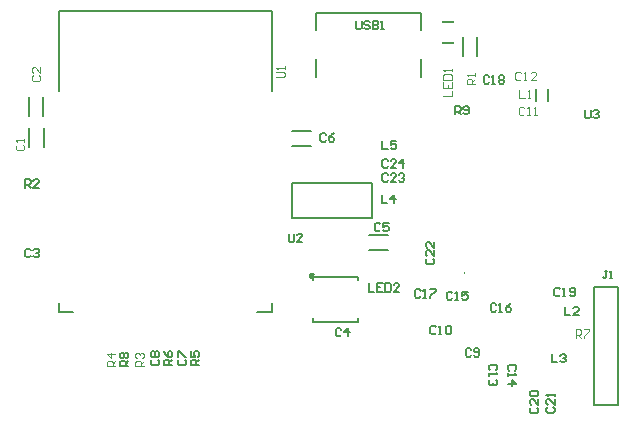
<source format=gto>
G04*
G04 #@! TF.GenerationSoftware,Altium Limited,Altium Designer,24.1.2 (44)*
G04*
G04 Layer_Color=65535*
%FSLAX43Y43*%
%MOMM*%
G71*
G04*
G04 #@! TF.SameCoordinates,A9818493-9DB4-4393-B726-FC6D1410B1DB*
G04*
G04*
G04 #@! TF.FilePolarity,Positive*
G04*
G01*
G75*
%ADD10C,0.100*%
%ADD11C,0.200*%
%ADD12C,0.127*%
%ADD13C,0.254*%
%ADD14C,0.120*%
%ADD15C,0.150*%
%ADD16R,1.016X0.200*%
D10*
X2875Y36950D02*
G03*
X2875Y36850I0J-50D01*
G01*
D02*
G03*
X2875Y36950I0J50D01*
G01*
X38225Y22150D02*
G03*
X38225Y22250I0J50D01*
G01*
D02*
G03*
X38225Y22150I0J-50D01*
G01*
X3875Y44400D02*
X21875D01*
D11*
X3875Y37650D02*
Y44400D01*
X21875D01*
Y37650D02*
Y44400D01*
Y18900D02*
Y19650D01*
X20675Y18900D02*
X21875D01*
X3875D02*
X5075D01*
X3875D02*
Y19650D01*
X23650Y26845D02*
Y29845D01*
X30350Y26845D02*
Y29845D01*
X23650Y26845D02*
X30350D01*
X23650Y29845D02*
X30350D01*
X49175Y21025D02*
X51175D01*
Y11025D02*
Y21025D01*
X49175Y11025D02*
Y21025D01*
X51175Y11025D02*
X51175Y11025D01*
X49175Y11025D02*
X51175D01*
D12*
X30100Y25410D02*
X31700D01*
X30100Y24190D02*
X31700D01*
X29200Y18100D02*
Y18400D01*
X25400Y18100D02*
X29200D01*
X25400D02*
Y18400D01*
X29200Y21600D02*
Y21900D01*
X25400D02*
X29200D01*
X25400Y21600D02*
Y21900D01*
X23600Y32990D02*
X25200D01*
X23600Y34210D02*
X25200D01*
X44300Y36800D02*
Y37800D01*
X45300Y36800D02*
Y37800D01*
X25630Y44200D02*
X34570D01*
Y42820D02*
Y44200D01*
Y38790D02*
Y40380D01*
X25630Y42820D02*
Y44200D01*
Y38790D02*
Y40380D01*
X39310Y40600D02*
Y42200D01*
X38090Y40600D02*
Y42200D01*
X2562Y35543D02*
Y37143D01*
X1343Y35543D02*
Y37143D01*
X1365Y32900D02*
Y34500D01*
X2585Y32900D02*
Y34500D01*
D13*
X25141Y21905D02*
Y22159D01*
X25395D01*
X25141Y21905D02*
X25395Y22159D01*
D14*
X22275Y38797D02*
X22858D01*
X22975Y38914D01*
Y39147D01*
X22858Y39264D01*
X22275D01*
X22975Y39497D02*
Y39730D01*
Y39614D01*
X22275D01*
X22392Y39497D01*
X43283Y36183D02*
X43167Y36300D01*
X42934D01*
X42817Y36183D01*
Y35717D01*
X42934Y35600D01*
X43167D01*
X43283Y35717D01*
X43517Y35600D02*
X43750D01*
X43633D01*
Y36300D01*
X43517Y36183D01*
X44100Y35600D02*
X44333D01*
X44216D01*
Y36300D01*
X44100Y36183D01*
X42992Y39133D02*
X42875Y39250D01*
X42642D01*
X42525Y39133D01*
Y38667D01*
X42642Y38550D01*
X42875D01*
X42992Y38667D01*
X43225Y38550D02*
X43458D01*
X43342D01*
Y39250D01*
X43225Y39133D01*
X44275Y38550D02*
X43808D01*
X44275Y39017D01*
Y39133D01*
X44158Y39250D01*
X43925D01*
X43808Y39133D01*
X42858Y37750D02*
Y37050D01*
X43325D01*
X43558D02*
X43792D01*
X43675D01*
Y37750D01*
X43558Y37633D01*
X47617Y16750D02*
Y17450D01*
X47967D01*
X48083Y17333D01*
Y17100D01*
X47967Y16983D01*
X47617D01*
X47850D02*
X48083Y16750D01*
X48317Y17450D02*
X48783D01*
Y17333D01*
X48317Y16867D01*
Y16750D01*
X8650Y14317D02*
X7950D01*
Y14667D01*
X8067Y14783D01*
X8300D01*
X8417Y14667D01*
Y14317D01*
Y14550D02*
X8650Y14783D01*
Y15367D02*
X7950D01*
X8300Y15017D01*
Y15483D01*
X11050Y14317D02*
X10350D01*
Y14667D01*
X10467Y14783D01*
X10700D01*
X10817Y14667D01*
Y14317D01*
Y14550D02*
X11050Y14783D01*
X10467Y15017D02*
X10350Y15133D01*
Y15367D01*
X10467Y15483D01*
X10583D01*
X10700Y15367D01*
Y15250D01*
Y15367D01*
X10817Y15483D01*
X10933D01*
X11050Y15367D01*
Y15133D01*
X10933Y15017D01*
X1719Y38951D02*
X1603Y38835D01*
Y38601D01*
X1719Y38485D01*
X2186D01*
X2302Y38601D01*
Y38835D01*
X2186Y38951D01*
X2302Y39651D02*
Y39185D01*
X1836Y39651D01*
X1719D01*
X1603Y39534D01*
Y39301D01*
X1719Y39185D01*
X342Y33100D02*
X225Y32983D01*
Y32750D01*
X342Y32633D01*
X808D01*
X925Y32750D01*
Y32983D01*
X808Y33100D01*
X925Y33333D02*
Y33567D01*
Y33450D01*
X225D01*
X342Y33333D01*
X39100Y38200D02*
X38400D01*
Y38550D01*
X38517Y38667D01*
X38750D01*
X38867Y38550D01*
Y38200D01*
Y38433D02*
X39100Y38667D01*
Y38900D02*
Y39133D01*
Y39016D01*
X38400D01*
X38517Y38900D01*
X36425Y37200D02*
X37125D01*
Y37667D01*
X36425Y38366D02*
Y37900D01*
X37125D01*
Y38366D01*
X36775Y37900D02*
Y38133D01*
X36425Y38600D02*
X37125D01*
Y38949D01*
X37008Y39066D01*
X36542D01*
X36425Y38949D01*
Y38600D01*
X37125Y39299D02*
Y39533D01*
Y39416D01*
X36425D01*
X36542Y39299D01*
D15*
X11767Y14883D02*
X11650Y14767D01*
Y14533D01*
X11767Y14417D01*
X12233D01*
X12350Y14533D01*
Y14767D01*
X12233Y14883D01*
X11767Y15117D02*
X11650Y15233D01*
Y15467D01*
X11767Y15583D01*
X11883D01*
X12000Y15467D01*
X12117Y15583D01*
X12233D01*
X12350Y15467D01*
Y15233D01*
X12233Y15117D01*
X12117D01*
X12000Y15233D01*
X11883Y15117D01*
X11767D01*
X12000Y15233D02*
Y15467D01*
X14067Y14883D02*
X13950Y14767D01*
Y14533D01*
X14067Y14417D01*
X14533D01*
X14650Y14533D01*
Y14767D01*
X14533Y14883D01*
X13950Y15117D02*
Y15583D01*
X14067D01*
X14533Y15117D01*
X14650D01*
X13450Y14417D02*
X12750D01*
Y14767D01*
X12867Y14883D01*
X13100D01*
X13217Y14767D01*
Y14417D01*
Y14650D02*
X13450Y14883D01*
X12750Y15583D02*
X12867Y15350D01*
X13100Y15117D01*
X13333D01*
X13450Y15233D01*
Y15467D01*
X13333Y15583D01*
X13217D01*
X13100Y15467D01*
Y15117D01*
X30117Y21350D02*
Y20650D01*
X30584D01*
X31283Y21350D02*
X30817D01*
Y20650D01*
X31283D01*
X30817Y21000D02*
X31050D01*
X31517Y21350D02*
Y20650D01*
X31867D01*
X31983Y20767D01*
Y21233D01*
X31867Y21350D01*
X31517D01*
X32683Y20650D02*
X32216D01*
X32683Y21117D01*
Y21233D01*
X32566Y21350D01*
X32333D01*
X32216Y21233D01*
X27783Y17433D02*
X27667Y17550D01*
X27433D01*
X27317Y17433D01*
Y16967D01*
X27433Y16850D01*
X27667D01*
X27783Y16967D01*
X28367Y16850D02*
Y17550D01*
X28017Y17200D01*
X28483D01*
X23317Y25550D02*
Y24967D01*
X23433Y24850D01*
X23667D01*
X23783Y24967D01*
Y25550D01*
X24483Y24850D02*
X24017D01*
X24483Y25317D01*
Y25433D01*
X24367Y25550D01*
X24133D01*
X24017Y25433D01*
X26483Y33933D02*
X26367Y34050D01*
X26133D01*
X26017Y33933D01*
Y33467D01*
X26133Y33350D01*
X26367D01*
X26483Y33467D01*
X27183Y34050D02*
X26950Y33933D01*
X26717Y33700D01*
Y33467D01*
X26833Y33350D01*
X27067D01*
X27183Y33467D01*
Y33583D01*
X27067Y33700D01*
X26717D01*
X31083Y26333D02*
X30967Y26450D01*
X30733D01*
X30617Y26333D01*
Y25867D01*
X30733Y25750D01*
X30967D01*
X31083Y25867D01*
X31783Y26450D02*
X31317D01*
Y26100D01*
X31550Y26217D01*
X31667D01*
X31783Y26100D01*
Y25867D01*
X31667Y25750D01*
X31433D01*
X31317Y25867D01*
X29034Y43550D02*
Y42967D01*
X29150Y42850D01*
X29384D01*
X29500Y42967D01*
Y43550D01*
X30200Y43433D02*
X30083Y43550D01*
X29850D01*
X29733Y43433D01*
Y43317D01*
X29850Y43200D01*
X30083D01*
X30200Y43083D01*
Y42967D01*
X30083Y42850D01*
X29850D01*
X29733Y42967D01*
X30433Y43550D02*
Y42850D01*
X30783D01*
X30900Y42967D01*
Y43083D01*
X30783Y43200D01*
X30433D01*
X30783D01*
X30900Y43317D01*
Y43433D01*
X30783Y43550D01*
X30433D01*
X31133Y42850D02*
X31366D01*
X31250D01*
Y43550D01*
X31133Y43433D01*
X37417Y35650D02*
Y36350D01*
X37767D01*
X37883Y36233D01*
Y36000D01*
X37767Y35883D01*
X37417D01*
X37650D02*
X37883Y35650D01*
X38117Y35767D02*
X38233Y35650D01*
X38467D01*
X38583Y35767D01*
Y36233D01*
X38467Y36350D01*
X38233D01*
X38117Y36233D01*
Y36117D01*
X38233Y36000D01*
X38583D01*
X9750Y14317D02*
X9050D01*
Y14667D01*
X9167Y14783D01*
X9400D01*
X9517Y14667D01*
Y14317D01*
Y14550D02*
X9750Y14783D01*
X9167Y15017D02*
X9050Y15133D01*
Y15367D01*
X9167Y15483D01*
X9283D01*
X9400Y15367D01*
X9517Y15483D01*
X9633D01*
X9750Y15367D01*
Y15133D01*
X9633Y15017D01*
X9517D01*
X9400Y15133D01*
X9283Y15017D01*
X9167D01*
X9400Y15133D02*
Y15367D01*
X46717Y19350D02*
Y18650D01*
X47183D01*
X47883D02*
X47417D01*
X47883Y19117D01*
Y19233D01*
X47767Y19350D01*
X47533D01*
X47417Y19233D01*
X45267Y10850D02*
X45150Y10733D01*
Y10500D01*
X45267Y10384D01*
X45733D01*
X45850Y10500D01*
Y10733D01*
X45733Y10850D01*
X45850Y11550D02*
Y11083D01*
X45383Y11550D01*
X45267D01*
X45150Y11433D01*
Y11200D01*
X45267Y11083D01*
X45850Y11783D02*
Y12016D01*
Y11900D01*
X45150D01*
X45267Y11783D01*
X40292Y38833D02*
X40175Y38950D01*
X39942D01*
X39825Y38833D01*
Y38367D01*
X39942Y38250D01*
X40175D01*
X40292Y38367D01*
X40525Y38250D02*
X40758D01*
X40642D01*
Y38950D01*
X40525Y38833D01*
X41108D02*
X41225Y38950D01*
X41458D01*
X41575Y38833D01*
Y38717D01*
X41458Y38600D01*
X41575Y38483D01*
Y38367D01*
X41458Y38250D01*
X41225D01*
X41108Y38367D01*
Y38483D01*
X41225Y38600D01*
X41108Y38717D01*
Y38833D01*
X41225Y38600D02*
X41458D01*
X40892Y19533D02*
X40775Y19650D01*
X40542D01*
X40425Y19533D01*
Y19067D01*
X40542Y18950D01*
X40775D01*
X40892Y19067D01*
X41125Y18950D02*
X41358D01*
X41242D01*
Y19650D01*
X41125Y19533D01*
X42175Y19650D02*
X41941Y19533D01*
X41708Y19300D01*
Y19067D01*
X41825Y18950D01*
X42058D01*
X42175Y19067D01*
Y19183D01*
X42058Y19300D01*
X41708D01*
X50300Y22400D02*
X50100D01*
X50200D01*
Y21900D01*
X50100Y21800D01*
X50000D01*
X49900Y21900D01*
X50500Y21800D02*
X50700D01*
X50600D01*
Y22400D01*
X50500Y22300D01*
X48417Y36050D02*
Y35467D01*
X48533Y35350D01*
X48767D01*
X48883Y35467D01*
Y36050D01*
X49117Y35933D02*
X49233Y36050D01*
X49467D01*
X49583Y35933D01*
Y35817D01*
X49467Y35700D01*
X49350D01*
X49467D01*
X49583Y35583D01*
Y35467D01*
X49467Y35350D01*
X49233D01*
X49117Y35467D01*
X45617Y15350D02*
Y14650D01*
X46083D01*
X46317Y15233D02*
X46433Y15350D01*
X46667D01*
X46783Y15233D01*
Y15117D01*
X46667Y15000D01*
X46550D01*
X46667D01*
X46783Y14883D01*
Y14767D01*
X46667Y14650D01*
X46433D01*
X46317Y14767D01*
X31217Y28850D02*
Y28150D01*
X31683D01*
X32267D02*
Y28850D01*
X31917Y28500D01*
X32383D01*
X31253Y33417D02*
Y32717D01*
X31720D01*
X32420Y33417D02*
X31953D01*
Y33067D01*
X32187Y33184D01*
X32303D01*
X32420Y33067D01*
Y32834D01*
X32303Y32717D01*
X32070D01*
X31953Y32834D01*
X40858Y13998D02*
X40975Y14115D01*
Y14348D01*
X40858Y14465D01*
X40392D01*
X40275Y14348D01*
Y14115D01*
X40392Y13998D01*
X40275Y13765D02*
Y13532D01*
Y13648D01*
X40975D01*
X40858Y13765D01*
Y13182D02*
X40975Y13065D01*
Y12832D01*
X40858Y12715D01*
X40742D01*
X40625Y12832D01*
Y12949D01*
Y12832D01*
X40509Y12715D01*
X40392D01*
X40275Y12832D01*
Y13065D01*
X40392Y13182D01*
X38783Y15733D02*
X38667Y15850D01*
X38433D01*
X38317Y15733D01*
Y15267D01*
X38433Y15150D01*
X38667D01*
X38783Y15267D01*
X39017D02*
X39133Y15150D01*
X39367D01*
X39483Y15267D01*
Y15733D01*
X39367Y15850D01*
X39133D01*
X39017Y15733D01*
Y15617D01*
X39133Y15500D01*
X39483D01*
X34499Y20725D02*
X34382Y20841D01*
X34149D01*
X34032Y20725D01*
Y20258D01*
X34149Y20142D01*
X34382D01*
X34499Y20258D01*
X34732Y20142D02*
X34965D01*
X34849D01*
Y20841D01*
X34732Y20725D01*
X35315Y20841D02*
X35782D01*
Y20725D01*
X35315Y20258D01*
Y20142D01*
X42458Y13958D02*
X42575Y14075D01*
Y14308D01*
X42458Y14425D01*
X41992D01*
X41875Y14308D01*
Y14075D01*
X41992Y13958D01*
X41875Y13725D02*
Y13492D01*
Y13608D01*
X42575D01*
X42458Y13725D01*
X41875Y12792D02*
X42575D01*
X42225Y13142D01*
Y12675D01*
X37192Y20533D02*
X37075Y20650D01*
X36842D01*
X36725Y20533D01*
Y20067D01*
X36842Y19950D01*
X37075D01*
X37192Y20067D01*
X37425Y19950D02*
X37658D01*
X37542D01*
Y20650D01*
X37425Y20533D01*
X38475Y20650D02*
X38008D01*
Y20300D01*
X38241Y20417D01*
X38358D01*
X38475Y20300D01*
Y20067D01*
X38358Y19950D01*
X38125D01*
X38008Y20067D01*
X35792Y17633D02*
X35675Y17750D01*
X35442D01*
X35325Y17633D01*
Y17167D01*
X35442Y17050D01*
X35675D01*
X35792Y17167D01*
X36025Y17050D02*
X36258D01*
X36142D01*
Y17750D01*
X36025Y17633D01*
X36608D02*
X36725Y17750D01*
X36958D01*
X37075Y17633D01*
Y17167D01*
X36958Y17050D01*
X36725D01*
X36608Y17167D01*
Y17633D01*
X46292Y20833D02*
X46175Y20950D01*
X45942D01*
X45825Y20833D01*
Y20367D01*
X45942Y20250D01*
X46175D01*
X46292Y20367D01*
X46525Y20250D02*
X46758D01*
X46642D01*
Y20950D01*
X46525Y20833D01*
X47108Y20367D02*
X47225Y20250D01*
X47458D01*
X47575Y20367D01*
Y20833D01*
X47458Y20950D01*
X47225D01*
X47108Y20833D01*
Y20717D01*
X47225Y20600D01*
X47575D01*
X43867Y10833D02*
X43750Y10717D01*
Y10484D01*
X43867Y10367D01*
X44333D01*
X44450Y10484D01*
Y10717D01*
X44333Y10833D01*
X44450Y11533D02*
Y11067D01*
X43983Y11533D01*
X43867D01*
X43750Y11417D01*
Y11183D01*
X43867Y11067D01*
Y11767D02*
X43750Y11883D01*
Y12116D01*
X43867Y12233D01*
X44333D01*
X44450Y12116D01*
Y11883D01*
X44333Y11767D01*
X43867D01*
X35067Y23433D02*
X34950Y23317D01*
Y23084D01*
X35067Y22967D01*
X35533D01*
X35650Y23084D01*
Y23317D01*
X35533Y23433D01*
X35650Y24133D02*
Y23667D01*
X35183Y24133D01*
X35067D01*
X34950Y24017D01*
Y23783D01*
X35067Y23667D01*
X35650Y24833D02*
Y24367D01*
X35183Y24833D01*
X35067D01*
X34950Y24716D01*
Y24483D01*
X35067Y24367D01*
X31733Y30533D02*
X31617Y30650D01*
X31384D01*
X31267Y30533D01*
Y30067D01*
X31384Y29950D01*
X31617D01*
X31733Y30067D01*
X32433Y29950D02*
X31967D01*
X32433Y30417D01*
Y30533D01*
X32317Y30650D01*
X32083D01*
X31967Y30533D01*
X32667D02*
X32783Y30650D01*
X33016D01*
X33133Y30533D01*
Y30417D01*
X33016Y30300D01*
X32900D01*
X33016D01*
X33133Y30183D01*
Y30067D01*
X33016Y29950D01*
X32783D01*
X32667Y30067D01*
X31733Y31733D02*
X31617Y31850D01*
X31384D01*
X31267Y31733D01*
Y31267D01*
X31384Y31150D01*
X31617D01*
X31733Y31267D01*
X32433Y31150D02*
X31967D01*
X32433Y31617D01*
Y31733D01*
X32317Y31850D01*
X32083D01*
X31967Y31733D01*
X33016Y31150D02*
Y31850D01*
X32667Y31500D01*
X33133D01*
X15750Y14417D02*
X15050D01*
Y14767D01*
X15167Y14883D01*
X15400D01*
X15517Y14767D01*
Y14417D01*
Y14650D02*
X15750Y14883D01*
X15050Y15583D02*
Y15117D01*
X15400D01*
X15283Y15350D01*
Y15467D01*
X15400Y15583D01*
X15633D01*
X15750Y15467D01*
Y15233D01*
X15633Y15117D01*
X1017Y29450D02*
Y30150D01*
X1367D01*
X1483Y30033D01*
Y29800D01*
X1367Y29684D01*
X1017D01*
X1250D02*
X1483Y29450D01*
X2183D02*
X1717D01*
X2183Y29917D01*
Y30033D01*
X2066Y30150D01*
X1833D01*
X1717Y30033D01*
X1483Y24133D02*
X1367Y24250D01*
X1133D01*
X1017Y24133D01*
Y23667D01*
X1133Y23550D01*
X1367D01*
X1483Y23667D01*
X1717Y24133D02*
X1833Y24250D01*
X2067D01*
X2183Y24133D01*
Y24017D01*
X2067Y23900D01*
X1950D01*
X2067D01*
X2183Y23783D01*
Y23667D01*
X2067Y23550D01*
X1833D01*
X1717Y23667D01*
D16*
X36800Y41654D02*
D03*
Y43432D02*
D03*
M02*

</source>
